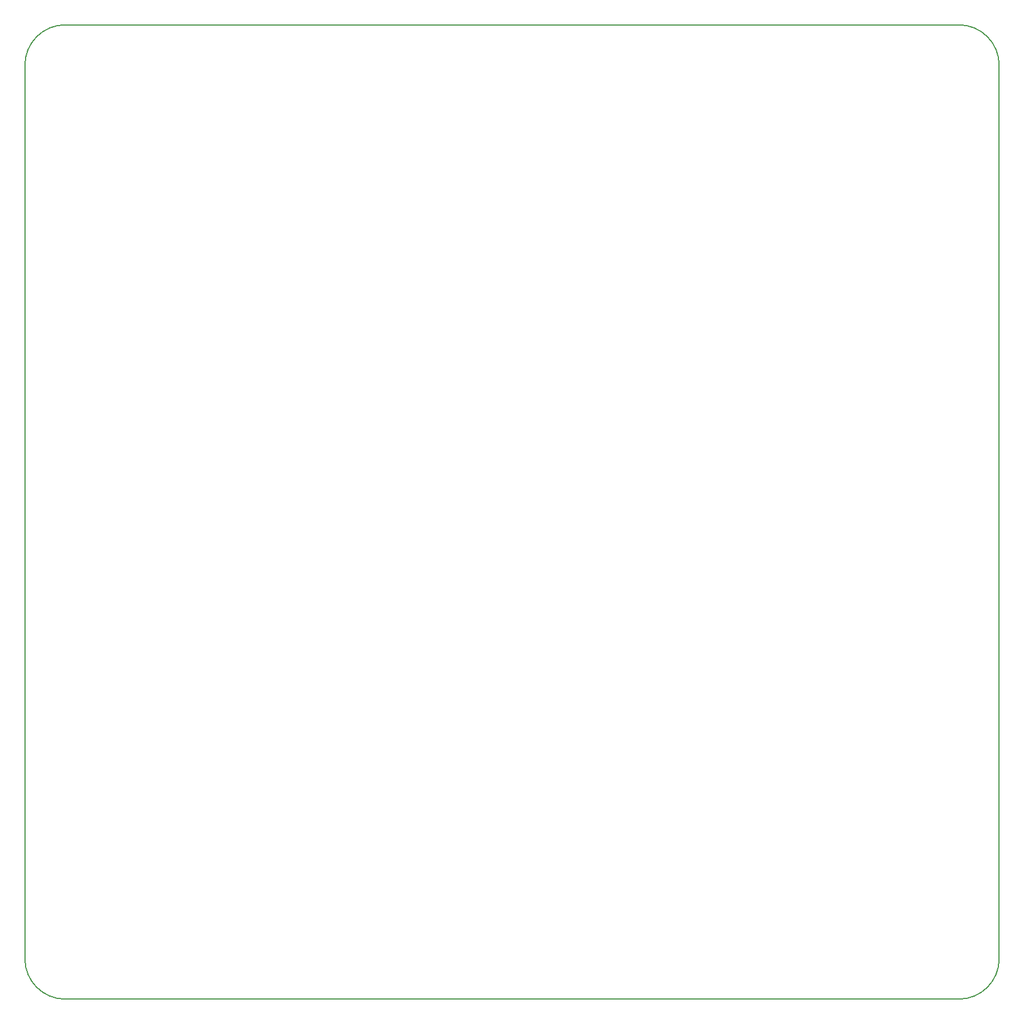
<source format=gbr>
G04 #@! TF.FileFunction,Profile,NP*
%FSLAX46Y46*%
G04 Gerber Fmt 4.6, Leading zero omitted, Abs format (unit mm)*
G04 Created by KiCad (PCBNEW 4.0.6) date 07/23/17 12:32:53*
%MOMM*%
%LPD*%
G01*
G04 APERTURE LIST*
%ADD10C,0.100000*%
%ADD11C,0.150000*%
G04 APERTURE END LIST*
D10*
D11*
X172000000Y-27000000D02*
X172000000Y-160000000D01*
X166000000Y-166000000D02*
G75*
G03X172000000Y-160000000I0J6000000D01*
G01*
X33000000Y-166000000D02*
X166000000Y-166000000D01*
X27000000Y-160000000D02*
G75*
G03X33000000Y-166000000I6000000J0D01*
G01*
X27000000Y-27000000D02*
X27000000Y-160000000D01*
X33000000Y-21000000D02*
G75*
G03X27000000Y-27000000I0J-6000000D01*
G01*
X172000000Y-27000000D02*
G75*
G03X166000000Y-21000000I-6000000J0D01*
G01*
X33000000Y-21000000D02*
X166000000Y-21000000D01*
M02*

</source>
